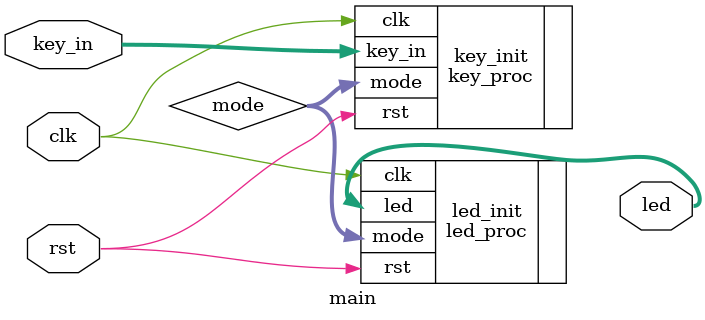
<source format=v>
`timescale 1ns / 1ps

module main(
    input wire clk,
    input wire rst,
    input  [3:0] key_in,
    output [7:0] led
    );

    wire [1:0]mode;

    key_proc key_init(
        .clk (clk),
        .rst (rst),
        .key_in (key_in),
        .mode (mode)
    );

    led_proc led_init(
        .clk (clk),
        .rst (rst),
        .mode (mode),
        .led (led)
    );
endmodule

</source>
